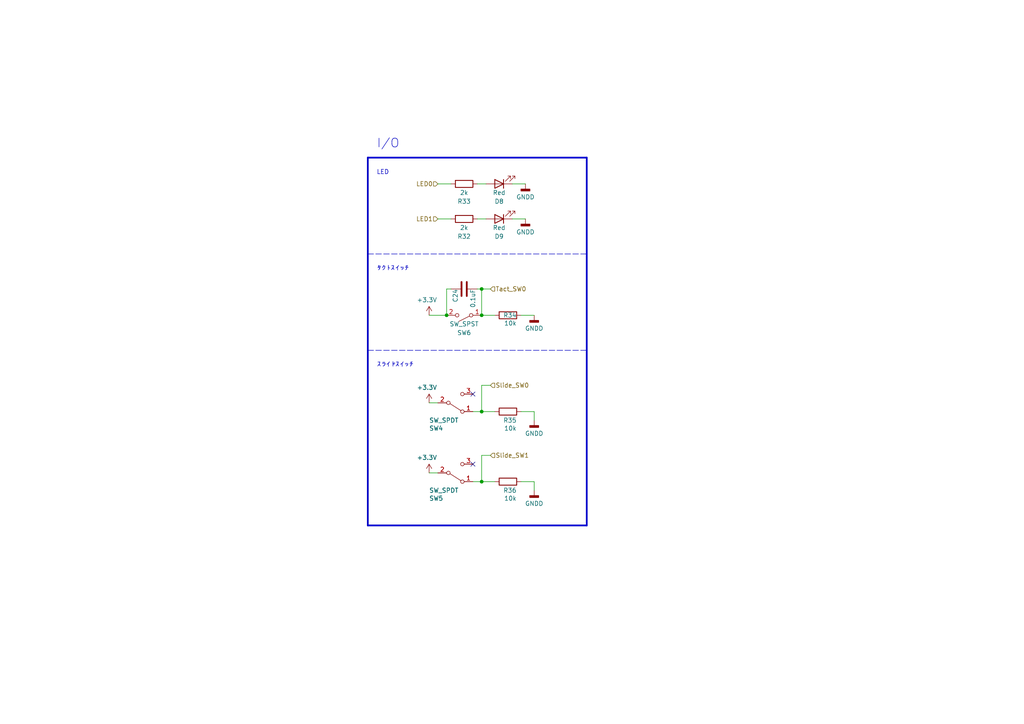
<source format=kicad_sch>
(kicad_sch (version 20230121) (generator eeschema)
  (paper "A4")
  (lib_symbols
    (symbol "Device:C" (pin_numbers hide) (pin_names (offset 0.254))
      (property "Reference" "C" (at 0.635 2.54 0))
      (property "Value" "C" (at 0.635 -2.54 0))
      (symbol "C_0_1"
        (polyline (pts (xy -2.032 -0.762) (xy 2.032 -0.762)) (stroke (width 0.508)))
        (polyline (pts (xy -2.032 0.762) (xy 2.032 0.762)) (stroke (width 0.508)))
      )
      (symbol "C_1_1"
        (pin passive line (at 0 3.81 270) (length 2.794) (name "~") (number "1"))
        (pin passive line (at 0 -3.81 90) (length 2.794) (name "~") (number "2"))
      )
    )
    (symbol "Device:LED" (pin_numbers hide) (pin_names (offset 1.016) hide)
      (property "Reference" "D" (at 0 2.54 0))
      (property "Value" "LED" (at 0 -2.54 0))
      (symbol "LED_0_1"
        (polyline (pts (xy -1.27 -1.27) (xy -1.27 1.27)) (stroke (width 0.254)))
        (polyline (pts (xy -1.27 0) (xy 1.27 0)))
        (polyline (pts (xy 1.27 -1.27) (xy 1.27 1.27) (xy -1.27 0) (xy 1.27 -1.27)) (stroke (width 0.254)))
        (polyline (pts (xy -3.048 -0.762) (xy -4.572 -2.286) (xy -3.81 -2.286) (xy -4.572 -2.286) (xy -4.572 -1.524)))
        (polyline (pts (xy -1.778 -0.762) (xy -3.302 -2.286) (xy -2.54 -2.286) (xy -3.302 -2.286) (xy -3.302 -1.524)))
      )
      (symbol "LED_1_1"
        (pin passive line (at -3.81 0 0) (length 2.54) (name "K") (number "1"))
        (pin passive line (at 3.81 0 180) (length 2.54) (name "A") (number "2"))
      )
    )
    (symbol "Device:R" (pin_numbers hide) (pin_names (offset 0))
      (property "Reference" "R" (at 2.032 0 90))
      (property "Value" "R" (at 0 0 90))
      (symbol "R_0_1"
        (rectangle (start -1.016 -2.54) (end 1.016 2.54) (stroke (width 0.254)))
      )
      (symbol "R_1_1"
        (pin passive line (at 0 3.81 270) (length 1.27) (name "~") (number "1"))
        (pin passive line (at 0 -3.81 90) (length 1.27) (name "~") (number "2"))
      )
    )
    (symbol "Switch:SW_SPDT" (pin_names (offset 0) hide)
      (property "Reference" "SW" (at 0 4.318 0))
      (property "Value" "SW_SPDT" (at 0 -5.08 0))
      (symbol "SW_SPDT_0_0"
        (circle (center -2.032 0) (radius 0.508))
        (circle (center 2.032 -2.54) (radius 0.508))
      )
      (symbol "SW_SPDT_0_1"
        (polyline (pts (xy -1.524 0.254) (xy 1.651 2.286)))
        (circle (center 2.032 2.54) (radius 0.508))
      )
      (symbol "SW_SPDT_1_1"
        (pin passive line (at 5.08 2.54 180) (length 2.54) (name "A") (number "1"))
        (pin passive line (at -5.08 0 0) (length 2.54) (name "B") (number "2"))
        (pin passive line (at 5.08 -2.54 180) (length 2.54) (name "C") (number "3"))
      )
    )
    (symbol "Switch:SW_SPST" (pin_names (offset 0) hide)
      (property "Reference" "SW" (at 0 3.175 0))
      (property "Value" "SW_SPST" (at 0 -2.54 0))
      (symbol "SW_SPST_0_0"
        (circle (center -2.032 0) (radius 0.508))
        (polyline (pts (xy -1.524 0.254) (xy 1.524 1.778)))
        (circle (center 2.032 0) (radius 0.508))
      )
      (symbol "SW_SPST_1_1"
        (pin passive line (at -5.08 0 0) (length 2.54) (name "A") (number "1"))
        (pin passive line (at 5.08 0 180) (length 2.54) (name "B") (number "2"))
      )
    )
    (symbol "power:+3.3V" (power) (pin_names (offset 0))
      (property "Value" "+3.3V" (at 0 3.556 0))
      (symbol "+3.3V_0_1"
        (polyline (pts (xy -0.762 1.27) (xy 0 2.54)))
        (polyline (pts (xy 0 0) (xy 0 2.54)))
        (polyline (pts (xy 0 2.54) (xy 0.762 1.27)))
      )
      (symbol "+3.3V_1_1"
        (pin power_in line (at 0 0 90) (length 0) hide (name "+3.3V") (number "1"))
      )
    )
    (symbol "power:GNDD" (power) (pin_names (offset 0))
      (property "Value" "GNDD" (at 0 -3.175 0))
      (symbol "GNDD_0_1"
        (rectangle (start -1.27 -1.524) (end 1.27 -2.032) (stroke (width 0.254)) (fill (type outline)))
        (polyline (pts (xy 0 0) (xy 0 -1.524)))
      )
      (symbol "GNDD_1_1"
        (pin power_in line (at 0 0 270) (length 0) hide (name "GNDD") (number "1"))
      )
    )
  )
  (junction (at 139.7 139.7))
  (junction (at 129.54 91.44))
  (junction (at 139.7 119.38))
  (junction (at 139.7 91.44))
  (junction (at 139.7 83.82))
  (no_connect (at 137.16 134.62))
  (no_connect (at 137.16 114.3))
  (wire (pts (xy 124.46 116.84) (xy 127 116.84)))
  (wire (pts (xy 148.59 63.5) (xy 152.4 63.5)))
  (wire (pts (xy 138.43 53.34) (xy 140.97 53.34)))
  (wire (pts (xy 142.24 111.76) (xy 139.7 111.76)))
  (wire (pts (xy 139.7 119.38) (xy 143.51 119.38)))
  (wire (pts (xy 148.59 53.34) (xy 152.4 53.34)))
  (wire (pts (xy 139.7 83.82) (xy 139.7 91.44)))
  (wire (pts (xy 129.54 83.82) (xy 130.81 83.82)))
  (wire (pts (xy 151.13 91.44) (xy 154.94 91.44)))
  (polyline (pts (xy 170.18 152.4) (xy 170.18 45.72)) (stroke (width 0.5) (type solid)))
  (wire (pts (xy 139.7 83.82) (xy 138.43 83.82)))
  (polyline (pts (xy 106.68 152.4) (xy 106.68 45.72)) (stroke (width 0.5) (type solid)))
  (wire (pts (xy 137.16 119.38) (xy 139.7 119.38)))
  (wire (pts (xy 138.43 63.5) (xy 140.97 63.5)))
  (polyline (pts (xy 106.68 73.66) (xy 170.18 73.66)) (stroke (width 0) (type dash)))
  (polyline (pts (xy 106.68 45.72) (xy 170.18 45.72)) (stroke (width 0.5) (type solid)))
  (wire (pts (xy 154.94 121.92) (xy 154.94 119.38)))
  (polyline (pts (xy 106.68 152.4) (xy 170.18 152.4)) (stroke (width 0.5) (type solid)))
  (wire (pts (xy 127 53.34) (xy 130.81 53.34)))
  (wire (pts (xy 139.7 139.7) (xy 143.51 139.7)))
  (polyline (pts (xy 106.68 101.6) (xy 170.18 101.6)) (stroke (width 0) (type dash)))
  (wire (pts (xy 151.13 119.38) (xy 154.94 119.38)))
  (wire (pts (xy 124.46 91.44) (xy 129.54 91.44)))
  (wire (pts (xy 127 63.5) (xy 130.81 63.5)))
  (wire (pts (xy 151.13 139.7) (xy 154.94 139.7)))
  (wire (pts (xy 139.7 111.76) (xy 139.7 119.38)))
  (wire (pts (xy 139.7 132.08) (xy 139.7 139.7)))
  (wire (pts (xy 154.94 142.24) (xy 154.94 139.7)))
  (wire (pts (xy 142.24 132.08) (xy 139.7 132.08)))
  (wire (pts (xy 137.16 139.7) (xy 139.7 139.7)))
  (wire (pts (xy 129.54 83.82) (xy 129.54 91.44)))
  (wire (pts (xy 124.46 137.16) (xy 127 137.16)))
  (wire (pts (xy 139.7 91.44) (xy 143.51 91.44)))
  (wire (pts (xy 139.7 83.82) (xy 142.24 83.82)))
  (text "LED" (at 109.22 50.8 0) (effects (font (size 1.27 1.27)) (justify left bottom)))
  (text "I/O" (at 109.22 43.18 0) (effects (font (size 2.54 2.54)) (justify left bottom)))
  (text "スライドスイッチ" (at 109.22 106.68 0) (effects (font (size 1.27 1.27)) (justify left bottom)))
  (text "タクトスイッチ" (at 109.22 78.74 0) (effects (font (size 1.27 1.27)) (justify left bottom)))
  (hierarchical_label "Slide_SW0" (shape input) (at 142.24 111.76 0))
  (hierarchical_label "Tact_SW0" (shape input) (at 142.24 83.82 0))
  (hierarchical_label "Slide_SW1" (shape input) (at 142.24 132.08 0))
  (hierarchical_label "LED1" (shape input) (at 127 63.5 180))
  (hierarchical_label "LED0" (shape input) (at 127 53.34 180))
  (symbol (lib_id "Device:R") (at 134.62 63.5 270) (mirror x) (unit 1)
    (property "Reference" "R32" (at 134.62 68.58 90))
    (property "Value" "2k" (at 134.62 66.04 90))
    (property "Footprint" "Resistor_SMD:R_0402_1005Metric" (effects hide))
  )
  (symbol (lib_id "Switch:SW_SPST") (at 134.62 91.44 180) (unit 1)
    (property "Reference" "SW6" (at 134.62 96.52 0))
    (property "Value" "SW_SPST" (at 134.62 93.98 0))
    (property "Footprint" "Button_Switch_SMD:SW_SPST_Omron_B3FS-100xP" (effects hide))
  )
  (symbol (lib_id "power:+3.3V") (at 124.46 116.84 0) (unit 1)
    (property "Reference" "#PWR054" (effects hide))
    (property "Value" "+3.3V" (at 123.825 112.395 0))
  )
  (symbol (lib_id "Device:R") (at 147.32 91.44 90) (unit 1)
    (property "Reference" "R34" (at 149.86 91.44 90) (effects (justify left)))
    (property "Value" "10k" (at 149.86 93.7514 90) (effects (justify left)))
    (property "Footprint" "Resistor_SMD:R_0402_1005Metric" (effects hide))
  )
  (symbol (lib_id "Device:R") (at 147.32 119.38 90) (mirror x) (unit 1)
    (property "Reference" "R35" (at 149.86 121.92 90) (effects (justify left)))
    (property "Value" "10k" (at 149.86 124.2314 90) (effects (justify left)))
    (property "Footprint" "Resistor_SMD:R_0402_1005Metric" (effects hide))
  )
  (symbol (lib_id "power:GNDD") (at 154.94 121.92 0) (unit 1)
    (property "Reference" "#PWR059" (effects hide))
    (property "Value" "GNDD" (at 154.94 125.73 0))
  )
  (symbol (lib_id "Device:C") (at 134.62 83.82 90) (mirror x) (unit 1)
    (property "Reference" "C24" (at 132.08 83.82 0) (effects (justify left)))
    (property "Value" "0.1uF" (at 137.16 83.82 0) (effects (justify left)))
    (property "Footprint" "Capacitor_SMD:C_0402_1005Metric" (effects hide))
  )
  (symbol (lib_id "Switch:SW_SPDT") (at 132.08 137.16 0) (mirror x) (unit 1)
    (property "Reference" "SW5" (at 124.46 144.5514 0) (effects (justify left)))
    (property "Value" "SW_SPDT" (at 124.46 142.24 0) (effects (justify left)))
    (property "Footprint" "MyLibrary:SW_Slide_3P_SPDT" (effects hide))
  )
  (symbol (lib_id "power:+3.3V") (at 124.46 91.44 0) (unit 1)
    (property "Reference" "#PWR053" (effects hide))
    (property "Value" "+3.3V" (at 123.825 86.995 0))
  )
  (symbol (lib_id "Device:LED") (at 144.78 63.5 180) (unit 1)
    (property "Reference" "D9" (at 144.78 68.58 0))
    (property "Value" "Red" (at 144.78 66.04 0))
    (property "Footprint" "LED_SMD:LED_0603_1608Metric_Pad1.05x0.95mm_HandSolder" (effects hide))
  )
  (symbol (lib_id "power:GNDD") (at 154.94 142.24 0) (unit 1)
    (property "Reference" "#PWR060" (effects hide))
    (property "Value" "GNDD" (at 154.94 146.05 0))
  )
  (symbol (lib_id "power:+3.3V") (at 124.46 137.16 0) (unit 1)
    (property "Reference" "#PWR055" (effects hide))
    (property "Value" "+3.3V" (at 123.825 132.715 0))
  )
  (symbol (lib_id "power:GNDD") (at 154.94 91.44 0) (unit 1)
    (property "Reference" "#PWR058" (effects hide))
    (property "Value" "GNDD" (at 154.94 95.25 0))
  )
  (symbol (lib_id "Device:R") (at 147.32 139.7 90) (mirror x) (unit 1)
    (property "Reference" "R36" (at 149.86 142.24 90) (effects (justify left)))
    (property "Value" "10k" (at 149.86 144.5514 90) (effects (justify left)))
    (property "Footprint" "Resistor_SMD:R_0402_1005Metric" (effects hide))
  )
  (symbol (lib_id "Device:LED") (at 144.78 53.34 180) (unit 1)
    (property "Reference" "D8" (at 144.78 58.42 0))
    (property "Value" "Red" (at 144.78 55.88 0))
    (property "Footprint" "LED_SMD:LED_0603_1608Metric_Pad1.05x0.95mm_HandSolder" (effects hide))
  )
  (symbol (lib_id "power:GNDD") (at 152.4 53.34 0) (unit 1)
    (property "Reference" "#PWR056" (effects hide))
    (property "Value" "GNDD" (at 152.4 57.15 0))
  )
  (symbol (lib_id "Switch:SW_SPDT") (at 132.08 116.84 0) (mirror x) (unit 1)
    (property "Reference" "SW4" (at 124.46 124.2314 0) (effects (justify left)))
    (property "Value" "SW_SPDT" (at 124.46 121.92 0) (effects (justify left)))
    (property "Footprint" "MyLibrary:SW_Slide_3P_SPDT" (effects hide))
  )
  (symbol (lib_id "Device:R") (at 134.62 53.34 270) (mirror x) (unit 1)
    (property "Reference" "R33" (at 134.62 58.42 90))
    (property "Value" "2k" (at 134.62 55.88 90))
    (property "Footprint" "Resistor_SMD:R_0402_1005Metric" (effects hide))
  )
  (symbol (lib_id "power:GNDD") (at 152.4 63.5 0) (unit 1)
    (property "Reference" "#PWR057" (effects hide))
    (property "Value" "GNDD" (at 152.4 67.31 0))
  )
)
</source>
